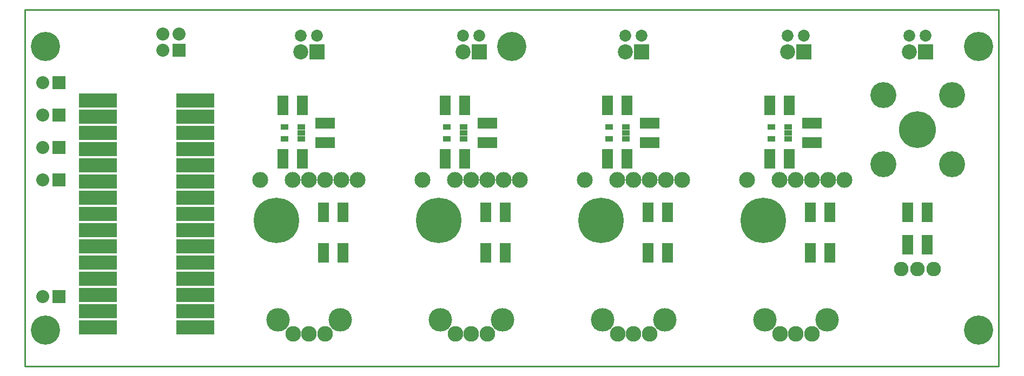
<source format=gbs>
G04 (created by PCBNEW-RS274X (2010-03-14)-final) date Mon 23 May 2011 01:34:54 PM PDT*
G01*
G70*
G90*
%MOIN*%
G04 Gerber Fmt 3.4, Leading zero omitted, Abs format*
%FSLAX34Y34*%
G04 APERTURE LIST*
%ADD10C,0.006000*%
%ADD11C,0.009000*%
%ADD12C,0.096000*%
%ADD13C,0.145000*%
%ADD14R,0.233000X0.089000*%
%ADD15C,0.090000*%
%ADD16R,0.049000X0.037000*%
%ADD17R,0.070000X0.120000*%
%ADD18R,0.120000X0.070000*%
%ADD19C,0.093000*%
%ADD20R,0.093000X0.093000*%
%ADD21C,0.073000*%
%ADD22R,0.080000X0.080000*%
%ADD23C,0.080000*%
%ADD24C,0.098000*%
%ADD25C,0.280000*%
%ADD26C,0.180000*%
%ADD27C,0.160000*%
%ADD28C,0.227000*%
G04 APERTURE END LIST*
G54D10*
G54D11*
X25500Y-33500D02*
X25500Y-55500D01*
X85500Y-33500D02*
X25500Y-33500D01*
X85500Y-55500D02*
X85500Y-33500D01*
X25500Y-55500D02*
X85500Y-55500D01*
G54D12*
X42016Y-53500D03*
X43000Y-53500D03*
X43984Y-53500D03*
G54D13*
X41070Y-52634D03*
X44930Y-52634D03*
G54D12*
X72016Y-53500D03*
X73000Y-53500D03*
X73984Y-53500D03*
G54D13*
X71070Y-52634D03*
X74930Y-52634D03*
G54D12*
X62016Y-53500D03*
X63000Y-53500D03*
X63984Y-53500D03*
G54D13*
X61070Y-52634D03*
X64930Y-52634D03*
G54D12*
X52016Y-53500D03*
X53000Y-53500D03*
X53984Y-53500D03*
G54D13*
X51070Y-52634D03*
X54930Y-52634D03*
G54D14*
X30000Y-39100D03*
X30000Y-40100D03*
X30000Y-41100D03*
X30000Y-42100D03*
X30000Y-43100D03*
X30000Y-44100D03*
X30000Y-45100D03*
X30000Y-46100D03*
X30000Y-47100D03*
X30000Y-48100D03*
X30000Y-49100D03*
X30000Y-50100D03*
X30000Y-51100D03*
X30000Y-52100D03*
X30000Y-53100D03*
X36000Y-53100D03*
X36000Y-52100D03*
X36000Y-51100D03*
X36000Y-50100D03*
X36000Y-49100D03*
X36000Y-48100D03*
X36000Y-47100D03*
X36000Y-46100D03*
X36000Y-45100D03*
X36000Y-44100D03*
X36000Y-43100D03*
X36000Y-42100D03*
X36000Y-41100D03*
X36000Y-40100D03*
X36000Y-39100D03*
G54D15*
X81500Y-49500D03*
X80500Y-49500D03*
X79500Y-49500D03*
G54D16*
X42510Y-40725D03*
X42510Y-41100D03*
X42510Y-41475D03*
X41490Y-41475D03*
X41490Y-40725D03*
X52510Y-40725D03*
X52510Y-41100D03*
X52510Y-41475D03*
X51490Y-41475D03*
X51490Y-40725D03*
X62510Y-40725D03*
X62510Y-41100D03*
X62510Y-41475D03*
X61490Y-41475D03*
X61490Y-40725D03*
X72510Y-40725D03*
X72510Y-41100D03*
X72510Y-41475D03*
X71490Y-41475D03*
X71490Y-40725D03*
G54D17*
X81100Y-48000D03*
X79900Y-48000D03*
X42600Y-39400D03*
X41400Y-39400D03*
X43900Y-46000D03*
X45100Y-46000D03*
X52600Y-39400D03*
X51400Y-39400D03*
X53900Y-46000D03*
X55100Y-46000D03*
X62600Y-39400D03*
X61400Y-39400D03*
X63900Y-46000D03*
X65100Y-46000D03*
X72600Y-39400D03*
X71400Y-39400D03*
X73900Y-46000D03*
X75100Y-46000D03*
X43900Y-48500D03*
X45100Y-48500D03*
X41400Y-42700D03*
X42600Y-42700D03*
G54D18*
X44000Y-41700D03*
X44000Y-40500D03*
G54D17*
X53900Y-48500D03*
X55100Y-48500D03*
X51400Y-42700D03*
X52600Y-42700D03*
G54D18*
X54000Y-41700D03*
X54000Y-40500D03*
G54D17*
X63900Y-48500D03*
X65100Y-48500D03*
X61400Y-42700D03*
X62600Y-42700D03*
G54D18*
X64000Y-41700D03*
X64000Y-40500D03*
G54D17*
X73900Y-48500D03*
X75100Y-48500D03*
X71400Y-42700D03*
X72600Y-42700D03*
G54D18*
X74000Y-41700D03*
X74000Y-40500D03*
G54D19*
X42500Y-36100D03*
G54D20*
X43500Y-36100D03*
G54D21*
X43500Y-35100D03*
X42500Y-35100D03*
G54D19*
X52500Y-36100D03*
G54D20*
X53500Y-36100D03*
G54D21*
X53500Y-35100D03*
X52500Y-35100D03*
G54D19*
X62500Y-36100D03*
G54D20*
X63500Y-36100D03*
G54D21*
X63500Y-35100D03*
X62500Y-35100D03*
G54D19*
X72500Y-36100D03*
G54D20*
X73500Y-36100D03*
G54D21*
X73500Y-35100D03*
X72500Y-35100D03*
G54D22*
X35000Y-36000D03*
G54D23*
X34000Y-36000D03*
X35000Y-35000D03*
X34000Y-35000D03*
G54D22*
X27600Y-51200D03*
G54D23*
X26600Y-51200D03*
G54D22*
X27600Y-44000D03*
G54D23*
X26600Y-44000D03*
G54D22*
X27600Y-42000D03*
G54D23*
X26600Y-42000D03*
G54D22*
X27600Y-40000D03*
G54D23*
X26600Y-40000D03*
G54D22*
X27600Y-38000D03*
G54D23*
X26600Y-38000D03*
G54D17*
X81100Y-46000D03*
X79900Y-46000D03*
G54D19*
X80000Y-36100D03*
G54D20*
X81000Y-36100D03*
G54D21*
X81000Y-35100D03*
X80000Y-35100D03*
G54D24*
X43000Y-44000D03*
X44000Y-44000D03*
X45000Y-44000D03*
X46000Y-44000D03*
X42000Y-44000D03*
X40000Y-44000D03*
G54D25*
X41000Y-46500D03*
G54D24*
X73000Y-44000D03*
X74000Y-44000D03*
X75000Y-44000D03*
X76000Y-44000D03*
X72000Y-44000D03*
X70000Y-44000D03*
G54D25*
X71000Y-46500D03*
G54D24*
X63000Y-44000D03*
X64000Y-44000D03*
X65000Y-44000D03*
X66000Y-44000D03*
X62000Y-44000D03*
X60000Y-44000D03*
G54D25*
X61000Y-46500D03*
G54D24*
X53000Y-44000D03*
X54000Y-44000D03*
X55000Y-44000D03*
X56000Y-44000D03*
X52000Y-44000D03*
X50000Y-44000D03*
G54D25*
X51000Y-46500D03*
G54D26*
X84250Y-35750D03*
X55500Y-35750D03*
X26750Y-35750D03*
X26750Y-53250D03*
X84250Y-53250D03*
G54D27*
X78375Y-38775D03*
X82625Y-38775D03*
X82625Y-43025D03*
X78375Y-43025D03*
G54D28*
X80500Y-40900D03*
M02*

</source>
